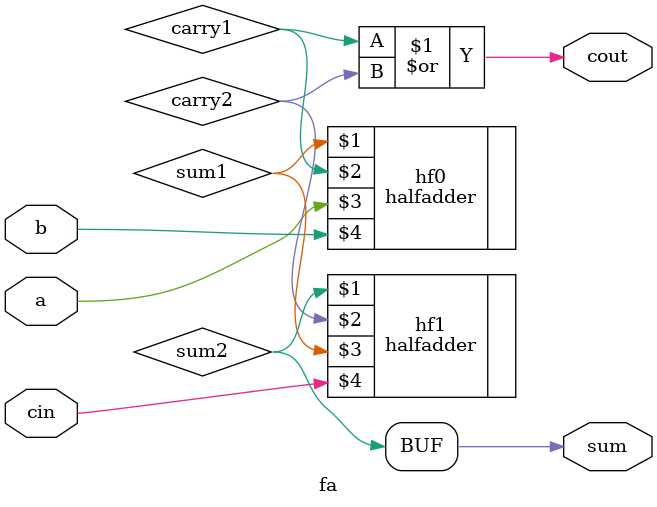
<source format=v>
`timescale 1ns / 1ps
module fa(sum,cout,a,b,cin);
  output sum,cout;
  input a,b,cin;
  wire sum1, carry1;
  wire sum2, carry2;
  halfadder hf0(sum1,carry1,a,b);		 
  halfadder hf1(sum2,carry2,sum1,cin);	 
  assign sum = sum2;			
  assign cout = carry1 | carry2; 
endmodule
</source>
